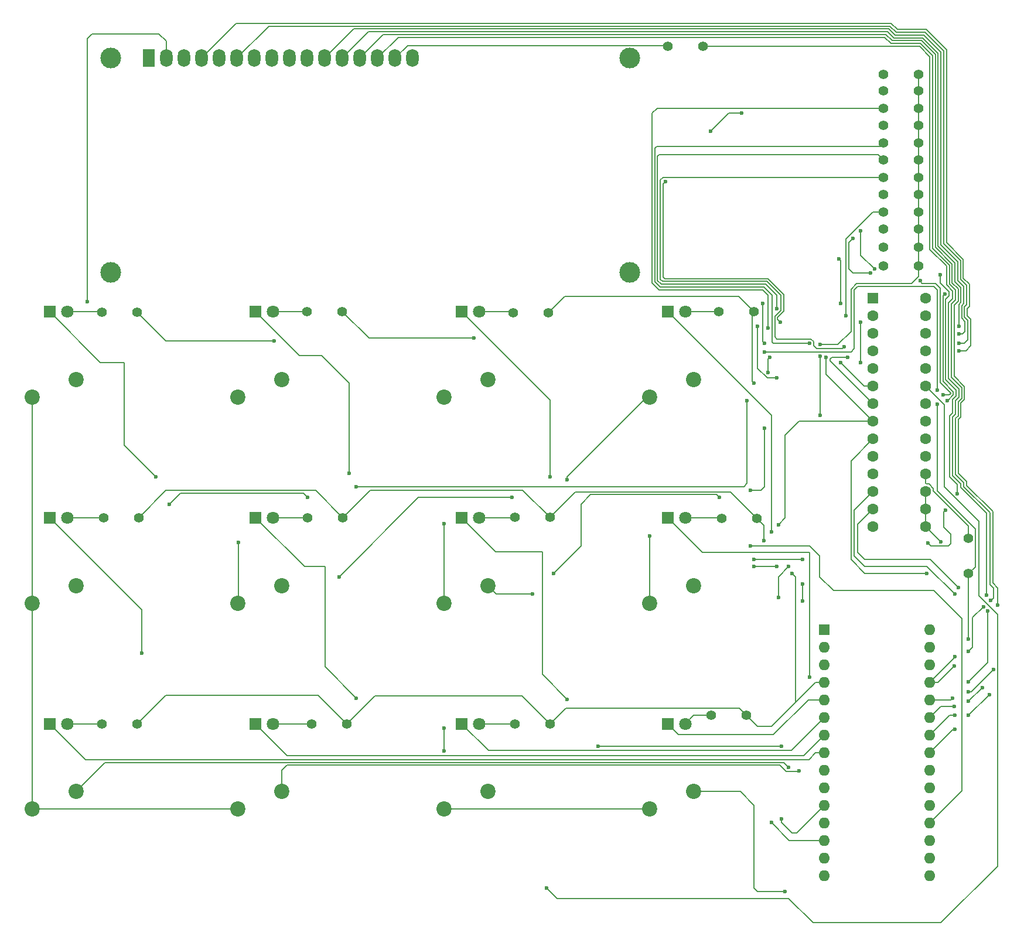
<source format=gbr>
%TF.GenerationSoftware,KiCad,Pcbnew,9.0.6*%
%TF.CreationDate,2025-12-26T23:22:09+00:00*%
%TF.ProjectId,DT,44542e6b-6963-4616-945f-706362585858,rev?*%
%TF.SameCoordinates,Original*%
%TF.FileFunction,Copper,L1,Top*%
%TF.FilePolarity,Positive*%
%FSLAX46Y46*%
G04 Gerber Fmt 4.6, Leading zero omitted, Abs format (unit mm)*
G04 Created by KiCad (PCBNEW 9.0.6) date 2025-12-26 23:22:09*
%MOMM*%
%LPD*%
G01*
G04 APERTURE LIST*
G04 Aperture macros list*
%AMRoundRect*
0 Rectangle with rounded corners*
0 $1 Rounding radius*
0 $2 $3 $4 $5 $6 $7 $8 $9 X,Y pos of 4 corners*
0 Add a 4 corners polygon primitive as box body*
4,1,4,$2,$3,$4,$5,$6,$7,$8,$9,$2,$3,0*
0 Add four circle primitives for the rounded corners*
1,1,$1+$1,$2,$3*
1,1,$1+$1,$4,$5*
1,1,$1+$1,$6,$7*
1,1,$1+$1,$8,$9*
0 Add four rect primitives between the rounded corners*
20,1,$1+$1,$2,$3,$4,$5,0*
20,1,$1+$1,$4,$5,$6,$7,0*
20,1,$1+$1,$6,$7,$8,$9,0*
20,1,$1+$1,$8,$9,$2,$3,0*%
G04 Aperture macros list end*
%TA.AperFunction,ComponentPad*%
%ADD10C,1.400000*%
%TD*%
%TA.AperFunction,ComponentPad*%
%ADD11R,1.800000X1.800000*%
%TD*%
%TA.AperFunction,ComponentPad*%
%ADD12C,1.800000*%
%TD*%
%TA.AperFunction,ComponentPad*%
%ADD13C,2.200000*%
%TD*%
%TA.AperFunction,ComponentPad*%
%ADD14C,3.000000*%
%TD*%
%TA.AperFunction,ComponentPad*%
%ADD15R,1.800000X2.600000*%
%TD*%
%TA.AperFunction,ComponentPad*%
%ADD16O,1.800000X2.600000*%
%TD*%
%TA.AperFunction,ComponentPad*%
%ADD17RoundRect,0.250000X-0.550000X-0.550000X0.550000X-0.550000X0.550000X0.550000X-0.550000X0.550000X0*%
%TD*%
%TA.AperFunction,ComponentPad*%
%ADD18C,1.600000*%
%TD*%
%TA.AperFunction,ComponentPad*%
%ADD19R,1.600000X1.600000*%
%TD*%
%TA.AperFunction,ComponentPad*%
%ADD20O,1.600000X1.600000*%
%TD*%
%TA.AperFunction,ViaPad*%
%ADD21C,0.600000*%
%TD*%
%TA.AperFunction,Conductor*%
%ADD22C,0.200000*%
%TD*%
G04 APERTURE END LIST*
D10*
%TO.P,R5,1*%
%TO.N,Net-(D5-A)*%
X-365040000Y-24470000D03*
%TO.P,R5,2*%
%TO.N,Net-(DS1-LED(-))*%
X-359960000Y-24470000D03*
%TD*%
D11*
%TO.P,D6,1,K*%
%TO.N,Net-(A1-D8)*%
X-343032000Y-24465000D03*
D12*
%TO.P,D6,2,A*%
%TO.N,Net-(D6-A)*%
X-340492000Y-24465000D03*
%TD*%
D11*
%TO.P,D7,1,K*%
%TO.N,Net-(A1-D7)*%
X-313262000Y-24465000D03*
D12*
%TO.P,D7,2,A*%
%TO.N,Net-(D7-A)*%
X-310722000Y-24465000D03*
%TD*%
D10*
%TO.P,R8,1*%
%TO.N,Net-(D8-A)*%
X-275690000Y-24530000D03*
%TO.P,R8,2*%
%TO.N,Net-(DS1-LED(-))*%
X-270610000Y-24530000D03*
%TD*%
D13*
%TO.P,SW11,1,1*%
%TO.N,Net-(U1-GPA2)*%
X-309470000Y-64040000D03*
%TO.P,SW11,2,2*%
%TO.N,Net-(A1-+5V)*%
X-315820000Y-66580000D03*
%TD*%
D10*
%TO.P,R24,1*%
%TO.N,Net-(U1-GPB2)*%
X-252290000Y34750000D03*
%TO.P,R24,2*%
%TO.N,Net-(DS1-LED(-))*%
X-247210000Y34750000D03*
%TD*%
D11*
%TO.P,D5,1,K*%
%TO.N,Net-(A1-D9)*%
X-372802000Y-24465000D03*
D12*
%TO.P,D5,2,A*%
%TO.N,Net-(D5-A)*%
X-370262000Y-24465000D03*
%TD*%
D13*
%TO.P,SW9,1,1*%
%TO.N,Net-(U1-GPA0)*%
X-369010000Y-64040000D03*
%TO.P,SW9,2,2*%
%TO.N,Net-(A1-+5V)*%
X-375360000Y-66580000D03*
%TD*%
D10*
%TO.P,R4,1*%
%TO.N,Net-(D4-A)*%
X-276080000Y5300000D03*
%TO.P,R4,2*%
%TO.N,Net-(DS1-LED(-))*%
X-271000000Y5300000D03*
%TD*%
D11*
%TO.P,D9,1,K*%
%TO.N,Net-(A1-D5)*%
X-372802000Y-54235000D03*
D12*
%TO.P,D9,2,A*%
%TO.N,Net-(D9-A)*%
X-370262000Y-54235000D03*
%TD*%
D10*
%TO.P,R1,1*%
%TO.N,Net-(D1-A)*%
X-365270000Y5250000D03*
%TO.P,R1,2*%
%TO.N,Net-(DS1-LED(-))*%
X-360190000Y5250000D03*
%TD*%
D11*
%TO.P,D1,1,K*%
%TO.N,Net-(A1-A2)*%
X-372802000Y5305000D03*
D12*
%TO.P,D1,2,A*%
%TO.N,Net-(D1-A)*%
X-370262000Y5305000D03*
%TD*%
D10*
%TO.P,R11,1*%
%TO.N,Net-(D11-A)*%
X-305570000Y-54280000D03*
%TO.P,R11,2*%
%TO.N,Net-(DS1-LED(-))*%
X-300490000Y-54280000D03*
%TD*%
%TO.P,R3,1*%
%TO.N,Net-(D3-A)*%
X-305790000Y5140000D03*
%TO.P,R3,2*%
%TO.N,Net-(DS1-LED(-))*%
X-300710000Y5140000D03*
%TD*%
%TO.P,R25,1*%
%TO.N,Net-(DS1-LED(+))*%
X-283440000Y43700000D03*
%TO.P,R25,2*%
%TO.N,Net-(A1-+5V)*%
X-278360000Y43700000D03*
%TD*%
D13*
%TO.P,SW12,1,1*%
%TO.N,Net-(U1-GPA3)*%
X-279700000Y-64040000D03*
%TO.P,SW12,2,2*%
%TO.N,Net-(A1-+5V)*%
X-286050000Y-66580000D03*
%TD*%
D10*
%TO.P,R23,1*%
%TO.N,Net-(U1-GPB0)*%
X-252290000Y39600000D03*
%TO.P,R23,2*%
%TO.N,Net-(DS1-LED(-))*%
X-247210000Y39600000D03*
%TD*%
%TO.P,R21,1*%
%TO.N,Net-(U1-GPB5)*%
X-252290000Y27250000D03*
%TO.P,R21,2*%
%TO.N,Net-(DS1-LED(-))*%
X-247210000Y27250000D03*
%TD*%
%TO.P,R12,1*%
%TO.N,Net-(D12-A)*%
X-277200000Y-53000000D03*
%TO.P,R12,2*%
%TO.N,Net-(DS1-LED(-))*%
X-272120000Y-53000000D03*
%TD*%
D14*
%TO.P,DS1,*%
%TO.N,*%
X-363955000Y42000000D03*
X-363955000Y10999300D03*
X-288956420Y10999300D03*
X-288955900Y42000000D03*
D15*
%TO.P,DS1,1,VSS*%
%TO.N,Net-(DS1-LED(-))*%
X-358455900Y42000000D03*
D16*
%TO.P,DS1,2,VDD*%
%TO.N,Net-(A1-+5V)*%
X-355915900Y42000000D03*
%TO.P,DS1,3,VO*%
%TO.N,unconnected-(DS1-VO-Pad3)*%
X-353375900Y42000000D03*
%TO.P,DS1,4,RS*%
%TO.N,Net-(DS1-RS)*%
X-350835900Y42000000D03*
%TO.P,DS1,5,R/W*%
%TO.N,Net-(DS1-LED(-))*%
X-348295900Y42000000D03*
%TO.P,DS1,6,E*%
%TO.N,Net-(DS1-E)*%
X-345755900Y42000000D03*
%TO.P,DS1,7,D0*%
%TO.N,unconnected-(DS1-D0-Pad7)*%
X-343215900Y42000000D03*
%TO.P,DS1,8,D1*%
%TO.N,unconnected-(DS1-D1-Pad8)*%
X-340675900Y42000000D03*
%TO.P,DS1,9,D2*%
%TO.N,unconnected-(DS1-D2-Pad9)*%
X-338135900Y42000000D03*
%TO.P,DS1,10,D3*%
%TO.N,unconnected-(DS1-D3-Pad10)*%
X-335595900Y42000000D03*
%TO.P,DS1,11,D4*%
%TO.N,Net-(DS1-D4)*%
X-333055900Y42000000D03*
%TO.P,DS1,12,D5*%
%TO.N,Net-(DS1-D5)*%
X-330515900Y42000000D03*
%TO.P,DS1,13,D6*%
%TO.N,Net-(A1-A6)*%
X-327975900Y42000000D03*
%TO.P,DS1,14,D7*%
%TO.N,Net-(A1-A7)*%
X-325435900Y42000000D03*
%TO.P,DS1,15,LED(+)*%
%TO.N,Net-(DS1-LED(+))*%
X-322895900Y42000000D03*
%TO.P,DS1,16,LED(-)*%
%TO.N,Net-(DS1-LED(-))*%
X-320355900Y42000000D03*
%TD*%
D13*
%TO.P,SW2,1,1*%
%TO.N,Net-(U1-GPB1)*%
X-339240000Y-4500000D03*
%TO.P,SW2,2,2*%
%TO.N,Net-(A1-+5V)*%
X-345590000Y-7040000D03*
%TD*%
D10*
%TO.P,R14,1*%
%TO.N,Net-(U1-GPA2)*%
X-252290000Y11950000D03*
%TO.P,R14,2*%
%TO.N,Net-(DS1-LED(-))*%
X-247210000Y11950000D03*
%TD*%
%TO.P,R22,1*%
%TO.N,Net-(U1-GPB6)*%
X-252290000Y24750000D03*
%TO.P,R22,2*%
%TO.N,Net-(DS1-LED(-))*%
X-247210000Y24750000D03*
%TD*%
D13*
%TO.P,SW4,1,1*%
%TO.N,Net-(U1-GPB3)*%
X-279700000Y-4500000D03*
%TO.P,SW4,2,2*%
%TO.N,Net-(A1-+5V)*%
X-286050000Y-7040000D03*
%TD*%
%TO.P,SW6,1,1*%
%TO.N,Net-(U1-GPB5)*%
X-339240000Y-34270000D03*
%TO.P,SW6,2,2*%
%TO.N,Net-(A1-+5V)*%
X-345590000Y-36810000D03*
%TD*%
D10*
%TO.P,R15,1*%
%TO.N,Net-(U1-GPA1)*%
X-252290000Y37250000D03*
%TO.P,R15,2*%
%TO.N,Net-(DS1-LED(-))*%
X-247210000Y37250000D03*
%TD*%
D13*
%TO.P,SW3,1,1*%
%TO.N,Net-(U1-GPB2)*%
X-309470000Y-4500000D03*
%TO.P,SW3,2,2*%
%TO.N,Net-(A1-+5V)*%
X-315820000Y-7040000D03*
%TD*%
D11*
%TO.P,D12,1,K*%
%TO.N,Net-(A1-D2)*%
X-283492000Y-54235000D03*
D12*
%TO.P,D12,2,A*%
%TO.N,Net-(D12-A)*%
X-280952000Y-54235000D03*
%TD*%
D10*
%TO.P,R16,1*%
%TO.N,Net-(U1-GPA0)*%
X-252290000Y22250000D03*
%TO.P,R16,2*%
%TO.N,Net-(DS1-LED(-))*%
X-247210000Y22250000D03*
%TD*%
D17*
%TO.P,U1,1,GPB0*%
%TO.N,Net-(U1-GPB0)*%
X-253790000Y7270000D03*
D18*
%TO.P,U1,2,GPB1*%
%TO.N,Net-(U1-GPB1)*%
X-253790000Y4730000D03*
%TO.P,U1,3,GPB2*%
%TO.N,Net-(U1-GPB2)*%
X-253790000Y2190000D03*
%TO.P,U1,4,GPB3*%
%TO.N,Net-(U1-GPB3)*%
X-253790000Y-350000D03*
%TO.P,U1,5,GPB4*%
%TO.N,Net-(U1-GPB4)*%
X-253790000Y-2890000D03*
%TO.P,U1,6,GPB5*%
%TO.N,Net-(U1-GPB5)*%
X-253790000Y-5430000D03*
%TO.P,U1,7,GPB6*%
%TO.N,Net-(U1-GPB6)*%
X-253790000Y-7970000D03*
%TO.P,U1,8,GPB7*%
%TO.N,Net-(U1-GPB7)*%
X-253790000Y-10510000D03*
%TO.P,U1,9,VDD*%
%TO.N,Net-(A1-+5V)*%
X-253790000Y-13050000D03*
%TO.P,U1,10,VSS*%
%TO.N,Net-(DS1-LED(-))*%
X-253790000Y-15590000D03*
%TO.P,U1,11,NC*%
%TO.N,unconnected-(U1-NC-Pad11)*%
X-253790000Y-18130000D03*
%TO.P,U1,12,SCK*%
%TO.N,Net-(A1-SCL{slash}A5)*%
X-253790000Y-20670000D03*
%TO.P,U1,13,SDA*%
%TO.N,Net-(A1-SDA{slash}A4)*%
X-253790000Y-23210000D03*
%TO.P,U1,14,NC*%
%TO.N,unconnected-(U1-NC-Pad14)*%
X-253790000Y-25750000D03*
%TO.P,U1,15,A0*%
%TO.N,Net-(DS1-LED(-))*%
X-246170000Y-25750000D03*
%TO.P,U1,16,A1*%
X-246170000Y-23210000D03*
%TO.P,U1,17,A2*%
X-246170000Y-20670000D03*
%TO.P,U1,18,~{RESET}*%
%TO.N,Net-(U1-~{RESET})*%
X-246170000Y-18130000D03*
%TO.P,U1,19,INTB*%
%TO.N,unconnected-(U1-INTB-Pad19)*%
X-246170000Y-15590000D03*
%TO.P,U1,20,INTA*%
%TO.N,unconnected-(U1-INTA-Pad20)*%
X-246170000Y-13050000D03*
%TO.P,U1,21,GPA0*%
%TO.N,Net-(U1-GPA0)*%
X-246170000Y-10510000D03*
%TO.P,U1,22,GPA1*%
%TO.N,Net-(U1-GPA1)*%
X-246170000Y-7970000D03*
%TO.P,U1,23,GPA2*%
%TO.N,Net-(U1-GPA2)*%
X-246170000Y-5430000D03*
%TO.P,U1,24,GPA3*%
%TO.N,Net-(U1-GPA3)*%
X-246170000Y-2890000D03*
%TO.P,U1,25,GPA4*%
%TO.N,Net-(DS1-RS)*%
X-246170000Y-350000D03*
%TO.P,U1,26,GPA5*%
%TO.N,Net-(DS1-E)*%
X-246170000Y2190000D03*
%TO.P,U1,27,GPA6*%
%TO.N,Net-(DS1-D4)*%
X-246170000Y4730000D03*
%TO.P,U1,28,GPA7*%
%TO.N,Net-(DS1-D5)*%
X-246170000Y7270000D03*
%TD*%
D11*
%TO.P,D2,1,K*%
%TO.N,Net-(A1-A1)*%
X-343032000Y5305000D03*
D12*
%TO.P,D2,2,A*%
%TO.N,Net-(D2-A)*%
X-340492000Y5305000D03*
%TD*%
D13*
%TO.P,SW1,1,1*%
%TO.N,Net-(U1-GPB0)*%
X-369010000Y-4500000D03*
%TO.P,SW1,2,2*%
%TO.N,Net-(A1-+5V)*%
X-375360000Y-7040000D03*
%TD*%
D11*
%TO.P,D3,1,K*%
%TO.N,Net-(A1-A0)*%
X-313262000Y5305000D03*
D12*
%TO.P,D3,2,A*%
%TO.N,Net-(D3-A)*%
X-310722000Y5305000D03*
%TD*%
D10*
%TO.P,R17,1*%
%TO.N,Net-(U1-GPB7)*%
X-252290000Y32250000D03*
%TO.P,R17,2*%
%TO.N,Net-(DS1-LED(-))*%
X-247210000Y32250000D03*
%TD*%
D13*
%TO.P,SW8,1,1*%
%TO.N,Net-(U1-GPB7)*%
X-279700000Y-34270000D03*
%TO.P,SW8,2,2*%
%TO.N,Net-(A1-+5V)*%
X-286050000Y-36810000D03*
%TD*%
D10*
%TO.P,R10,1*%
%TO.N,Net-(D10-A)*%
X-334940000Y-54250000D03*
%TO.P,R10,2*%
%TO.N,Net-(DS1-LED(-))*%
X-329860000Y-54250000D03*
%TD*%
%TO.P,R19,1*%
%TO.N,Net-(U1-GPB3)*%
X-252290000Y29750000D03*
%TO.P,R19,2*%
%TO.N,Net-(DS1-LED(-))*%
X-247210000Y29750000D03*
%TD*%
%TO.P,R20,1*%
%TO.N,Net-(U1-GPB4)*%
X-252290000Y17250000D03*
%TO.P,R20,2*%
%TO.N,Net-(DS1-LED(-))*%
X-247210000Y17250000D03*
%TD*%
%TO.P,R2,1*%
%TO.N,Net-(D2-A)*%
X-335610000Y5350000D03*
%TO.P,R2,2*%
%TO.N,Net-(DS1-LED(-))*%
X-330530000Y5350000D03*
%TD*%
D13*
%TO.P,SW5,1,1*%
%TO.N,Net-(U1-GPB4)*%
X-369010000Y-34270000D03*
%TO.P,SW5,2,2*%
%TO.N,Net-(A1-+5V)*%
X-375360000Y-36810000D03*
%TD*%
D11*
%TO.P,D4,1,K*%
%TO.N,Net-(A1-D10)*%
X-283492000Y5305000D03*
D12*
%TO.P,D4,2,A*%
%TO.N,Net-(D4-A)*%
X-280952000Y5305000D03*
%TD*%
D10*
%TO.P,R26,1*%
%TO.N,Net-(A1-+5V)*%
X-240000000Y-32540000D03*
%TO.P,R26,2*%
%TO.N,Net-(U1-~{RESET})*%
X-240000000Y-27460000D03*
%TD*%
%TO.P,R6,1*%
%TO.N,Net-(D6-A)*%
X-335530000Y-24440000D03*
%TO.P,R6,2*%
%TO.N,Net-(DS1-LED(-))*%
X-330450000Y-24440000D03*
%TD*%
D11*
%TO.P,D11,1,K*%
%TO.N,Net-(A1-D3)*%
X-313262000Y-54235000D03*
D12*
%TO.P,D11,2,A*%
%TO.N,Net-(D11-A)*%
X-310722000Y-54235000D03*
%TD*%
D10*
%TO.P,R18,1*%
%TO.N,Net-(U1-GPB1)*%
X-252290000Y19750000D03*
%TO.P,R18,2*%
%TO.N,Net-(DS1-LED(-))*%
X-247210000Y19750000D03*
%TD*%
%TO.P,R9,1*%
%TO.N,Net-(D9-A)*%
X-365230000Y-54260000D03*
%TO.P,R9,2*%
%TO.N,Net-(DS1-LED(-))*%
X-360150000Y-54260000D03*
%TD*%
D11*
%TO.P,D8,1,K*%
%TO.N,Net-(A1-D6)*%
X-283492000Y-24465000D03*
D12*
%TO.P,D8,2,A*%
%TO.N,Net-(D8-A)*%
X-280952000Y-24465000D03*
%TD*%
D10*
%TO.P,R13,1*%
%TO.N,Net-(U1-GPA3)*%
X-252290000Y14650000D03*
%TO.P,R13,2*%
%TO.N,Net-(DS1-LED(-))*%
X-247210000Y14650000D03*
%TD*%
D19*
%TO.P,A1,1,TX1*%
%TO.N,unconnected-(A1-TX1-Pad1)*%
X-260840000Y-40610000D03*
D20*
%TO.P,A1,2,RX1*%
%TO.N,unconnected-(A1-RX1-Pad2)*%
X-260840000Y-43150000D03*
%TO.P,A1,3,~{RESET}*%
%TO.N,unconnected-(A1-~{RESET}-Pad3)*%
X-260840000Y-45690000D03*
%TO.P,A1,4,GND*%
%TO.N,Net-(DS1-LED(-))*%
X-260840000Y-48230000D03*
%TO.P,A1,5,D2*%
%TO.N,Net-(A1-D2)*%
X-260840000Y-50770000D03*
%TO.P,A1,6,D3*%
%TO.N,Net-(A1-D3)*%
X-260840000Y-53310000D03*
%TO.P,A1,7,D4*%
%TO.N,Net-(A1-D4)*%
X-260840000Y-55850000D03*
%TO.P,A1,8,D5*%
%TO.N,Net-(A1-D5)*%
X-260840000Y-58390000D03*
%TO.P,A1,9,D6*%
%TO.N,Net-(A1-D6)*%
X-260840000Y-60930000D03*
%TO.P,A1,10,D7*%
%TO.N,Net-(A1-D7)*%
X-260840000Y-63470000D03*
%TO.P,A1,11,D8*%
%TO.N,Net-(A1-D8)*%
X-260840000Y-66010000D03*
%TO.P,A1,12,D9*%
%TO.N,Net-(A1-D9)*%
X-260840000Y-68550000D03*
%TO.P,A1,13,D10*%
%TO.N,Net-(A1-D10)*%
X-260840000Y-71090000D03*
%TO.P,A1,14,MOSI*%
%TO.N,unconnected-(A1-MOSI-Pad14)*%
X-260840000Y-73630000D03*
%TO.P,A1,15,MISO*%
%TO.N,unconnected-(A1-MISO-Pad15)*%
X-260840000Y-76170000D03*
%TO.P,A1,16,SCK*%
%TO.N,unconnected-(A1-SCK-Pad16)*%
X-245600000Y-76170000D03*
%TO.P,A1,17,3V3*%
%TO.N,unconnected-(A1-3V3-Pad17)*%
X-245600000Y-73630000D03*
%TO.P,A1,18,AREF*%
%TO.N,unconnected-(A1-AREF-Pad18)*%
X-245600000Y-71090000D03*
%TO.P,A1,19,A0*%
%TO.N,Net-(A1-A0)*%
X-245600000Y-68550000D03*
%TO.P,A1,20,A1*%
%TO.N,Net-(A1-A1)*%
X-245600000Y-66010000D03*
%TO.P,A1,21,A2*%
%TO.N,Net-(A1-A2)*%
X-245600000Y-63470000D03*
%TO.P,A1,22,A3*%
%TO.N,unconnected-(A1-A3-Pad22)*%
X-245600000Y-60930000D03*
%TO.P,A1,23,SDA/A4*%
%TO.N,Net-(A1-SDA{slash}A4)*%
X-245600000Y-58390000D03*
%TO.P,A1,24,SCL/A5*%
%TO.N,Net-(A1-SCL{slash}A5)*%
X-245600000Y-55850000D03*
%TO.P,A1,25,A6*%
%TO.N,Net-(A1-A6)*%
X-245600000Y-53310000D03*
%TO.P,A1,26,A7*%
%TO.N,Net-(A1-A7)*%
X-245600000Y-50770000D03*
%TO.P,A1,27,+5V*%
%TO.N,Net-(A1-+5V)*%
X-245600000Y-48230000D03*
%TO.P,A1,28,~{RESET}*%
%TO.N,unconnected-(A1-~{RESET}-Pad28)*%
X-245600000Y-45690000D03*
%TO.P,A1,29,GND*%
%TO.N,Net-(DS1-LED(-))*%
X-245600000Y-43150000D03*
%TO.P,A1,30,VIN*%
%TO.N,unconnected-(A1-VIN-Pad30)*%
X-245600000Y-40610000D03*
%TD*%
D13*
%TO.P,SW7,1,1*%
%TO.N,Net-(U1-GPB6)*%
X-309470000Y-34270000D03*
%TO.P,SW7,2,2*%
%TO.N,Net-(A1-+5V)*%
X-315820000Y-36810000D03*
%TD*%
%TO.P,SW10,1,1*%
%TO.N,Net-(U1-GPA1)*%
X-339240000Y-64040000D03*
%TO.P,SW10,2,2*%
%TO.N,Net-(A1-+5V)*%
X-345590000Y-66580000D03*
%TD*%
D11*
%TO.P,D10,1,K*%
%TO.N,Net-(A1-D4)*%
X-343032000Y-54235000D03*
D12*
%TO.P,D10,2,A*%
%TO.N,Net-(D10-A)*%
X-340492000Y-54235000D03*
%TD*%
D10*
%TO.P,R7,1*%
%TO.N,Net-(D7-A)*%
X-305600000Y-24400000D03*
%TO.P,R7,2*%
%TO.N,Net-(DS1-LED(-))*%
X-300520000Y-24400000D03*
%TD*%
D21*
%TO.N,Net-(A1-D8)*%
X-267000000Y-68000000D03*
X-328500000Y-50500000D03*
X-293500000Y-57500000D03*
X-267000000Y-57500000D03*
%TO.N,Net-(A1-A1)*%
X-264000000Y-30500000D03*
X-271000000Y-30500000D03*
X-329500000Y-18000000D03*
%TO.N,Net-(A1-A6)*%
X-242100000Y-51700000D03*
X-240000000Y-49600000D03*
X-235800000Y-37100000D03*
X-236400000Y-46400000D03*
%TO.N,Net-(A1-D9)*%
X-359500000Y-44000000D03*
%TO.N,Net-(A1-+5V)*%
X-298000000Y-19000000D03*
X-286050000Y-27050000D03*
X-269500000Y-500000D03*
X-237400000Y-35600000D03*
X-244500000Y-8000000D03*
X-240000000Y-42000000D03*
X-315820000Y-58180000D03*
X-240000000Y-43800000D03*
X-246000000Y-32500000D03*
X-237800000Y-37300000D03*
X-242100000Y-45900000D03*
X-315820000Y-54820000D03*
X-242000000Y-44500000D03*
X-345500000Y-28000000D03*
X-315820000Y-25320000D03*
X-367400000Y6800000D03*
X-244500000Y-6000000D03*
%TO.N,Net-(A1-A2)*%
X-267700000Y-31500000D03*
X-357500000Y-18500000D03*
X-271000000Y-31500000D03*
%TO.N,Net-(DS1-RS)*%
X-241400000Y-300000D03*
%TO.N,Net-(DS1-D4)*%
X-241400000Y2100000D03*
%TO.N,Net-(DS1-D5)*%
X-241400000Y3200000D03*
%TO.N,Net-(DS1-E)*%
X-241400000Y800000D03*
%TO.N,Net-(A1-A7)*%
X-242300000Y-50500000D03*
X-236800000Y-36400000D03*
X-237200000Y-37900000D03*
X-240000000Y-48200000D03*
%TO.N,Net-(DS1-LED(-))*%
X-261420000Y580000D03*
X-271000000Y-5000000D03*
X-269600000Y-27800000D03*
X-340400000Y1100000D03*
X-261420000Y-1100000D03*
X-244000000Y-27920000D03*
X-311500000Y1500000D03*
X-265500000Y-32500000D03*
X-261420000Y-9670000D03*
%TO.N,Net-(A1-D10)*%
X-268500000Y-26500000D03*
X-268500000Y-68500000D03*
%TO.N,Net-(A1-D6)*%
X-263000000Y-47500000D03*
%TO.N,Net-(A1-SDA{slash}A4)*%
X-242000000Y-55000000D03*
X-237000000Y-50000000D03*
X-241500000Y-34500000D03*
X-240000000Y-53000000D03*
%TO.N,Net-(A1-A0)*%
X-271500000Y-28500000D03*
X-300500000Y-18500000D03*
%TO.N,Net-(A1-D7)*%
X-298000000Y-50700000D03*
%TO.N,Net-(A1-SCL{slash}A5)*%
X-242000000Y-53000000D03*
X-242000000Y-35500000D03*
X-240000000Y-51000000D03*
X-238000000Y-49000000D03*
%TO.N,Net-(U1-GPA3)*%
X-266500000Y-78500000D03*
%TO.N,Net-(U1-GPA2)*%
X-301000000Y-78000000D03*
X-247000000Y9800000D03*
X-243700000Y-6700000D03*
%TO.N,Net-(U1-GPA1)*%
X-243100000Y-7500000D03*
X-272800000Y34000000D03*
X-256700000Y15900000D03*
X-254200000Y10900000D03*
X-243400000Y7900000D03*
X-264000000Y-34000000D03*
X-264000000Y-36500000D03*
X-277300000Y31400000D03*
X-264500000Y-61000000D03*
%TO.N,Net-(U1-GPA0)*%
X-266000000Y-60500000D03*
X-241600000Y-21000000D03*
X-245900000Y-28100000D03*
X-267500000Y-36000000D03*
X-253600000Y11500000D03*
X-244100000Y10700000D03*
X-243300000Y-23400000D03*
X-266000000Y-31500000D03*
X-255600000Y17000000D03*
%TO.N,Net-(U1-GPB7)*%
X-260600000Y-1300000D03*
X-255600000Y3800000D03*
X-267500000Y-25500000D03*
X-267200000Y3800000D03*
X-283800000Y24100000D03*
X-255600000Y-2000000D03*
%TO.N,Net-(U1-GPB1)*%
X-257750000Y4750000D03*
%TO.N,Net-(U1-GPB3)*%
X-263000000Y750000D03*
%TO.N,Net-(U1-GPB4)*%
X-328500000Y-20000000D03*
X-272000000Y-7500000D03*
X-268750000Y-1250000D03*
X-258750000Y13000000D03*
X-269500000Y750000D03*
X-258500000Y6500000D03*
X-355500000Y-22500000D03*
X-269750000Y6500000D03*
X-335500000Y-21500000D03*
X-269000000Y-3500000D03*
%TO.N,Net-(U1-GPB5)*%
X-258500000Y-2000000D03*
X-267750000Y-4250000D03*
X-267750000Y5750000D03*
X-270500000Y3250000D03*
X-306000000Y-21500000D03*
X-331000000Y-33000000D03*
%TO.N,Net-(U1-GPB6)*%
X-303000000Y-35500000D03*
X-269500000Y-11500000D03*
X-257500000Y-1250000D03*
X-300000000Y-32500000D03*
X-276000000Y-21500000D03*
X-271511000Y-20489000D03*
X-258000000Y250000D03*
%TO.N,Net-(U1-GPB2)*%
X-269000000Y3000000D03*
%TD*%
D22*
%TO.N,Net-(D1-A)*%
X-370262000Y5305000D02*
X-365325000Y5305000D01*
X-365325000Y5305000D02*
X-365270000Y5250000D01*
%TO.N,Net-(A1-D8)*%
X-267000000Y-68500000D02*
X-265500000Y-70000000D01*
X-333000000Y-31500000D02*
X-335997000Y-31500000D01*
X-293500000Y-57500000D02*
X-267000000Y-57500000D01*
X-335997000Y-31500000D02*
X-343032000Y-24465000D01*
X-267000000Y-68000000D02*
X-267000000Y-68500000D01*
X-328500000Y-50500000D02*
X-333000000Y-46000000D01*
X-333000000Y-46000000D02*
X-333000000Y-31500000D01*
X-264830000Y-70000000D02*
X-260840000Y-66010000D01*
X-265500000Y-70000000D02*
X-264830000Y-70000000D01*
%TO.N,Net-(D2-A)*%
X-335655000Y5305000D02*
X-335610000Y5350000D01*
X-340492000Y5305000D02*
X-335655000Y5305000D01*
%TO.N,Net-(A1-A1)*%
X-271000000Y-30500000D02*
X-264000000Y-30500000D01*
X-343032000Y5305000D02*
X-336727000Y-1000000D01*
X-336727000Y-1000000D02*
X-333500000Y-1000000D01*
X-329500000Y-5000000D02*
X-329500000Y-18000000D01*
X-333500000Y-1000000D02*
X-329500000Y-5000000D01*
%TO.N,Net-(D3-A)*%
X-310722000Y5305000D02*
X-305955000Y5305000D01*
X-305955000Y5305000D02*
X-305790000Y5140000D01*
%TO.N,Net-(D4-A)*%
X-280952000Y5305000D02*
X-276085000Y5305000D01*
X-276085000Y5305000D02*
X-276080000Y5300000D01*
%TO.N,Net-(A1-A6)*%
X-235800000Y-37100000D02*
X-235800000Y-34599000D01*
X-241498000Y6830900D02*
X-241498000Y8632200D01*
X-244799000Y14633200D02*
X-244799000Y42533200D01*
X-239600000Y-49600000D02*
X-236400000Y-46400000D01*
X-241497000Y-10266100D02*
X-241097000Y-9866100D01*
X-240265450Y-19800350D02*
X-240265450Y-19233250D01*
X-240595000Y-7330500D02*
X-240595000Y-5503700D01*
X-241498000Y8632200D02*
X-242365450Y9499650D01*
X-240000000Y-49600000D02*
X-239600000Y-49600000D01*
X-243990000Y-51700000D02*
X-242100000Y-51700000D01*
X-242095000Y6233900D02*
X-241498000Y6830900D01*
X-241097000Y-7832500D02*
X-240595000Y-7330500D01*
X-245600000Y-53310000D02*
X-243990000Y-51700000D01*
X-235800000Y-34599000D02*
X-236499000Y-33900000D01*
X-324574900Y45401000D02*
X-327975900Y42000000D01*
X-246767800Y44502000D02*
X-251034900Y44502000D01*
X-236499000Y-23566800D02*
X-240265450Y-19800350D01*
X-242095000Y-4003700D02*
X-242095000Y6233900D01*
X-251034900Y44502000D02*
X-251933900Y45401000D01*
X-236499000Y-33900000D02*
X-236499000Y-23566800D01*
X-240265450Y-19233250D02*
X-241497000Y-18001700D01*
X-240595000Y-5503700D02*
X-242095000Y-4003700D01*
X-242365450Y9499650D02*
X-242365450Y12199650D01*
X-251933900Y45401000D02*
X-324574900Y45401000D01*
X-241497000Y-18001700D02*
X-241497000Y-10266100D01*
X-242365450Y12199650D02*
X-244799000Y14633200D01*
X-241097000Y-9866100D02*
X-241097000Y-7832500D01*
X-244799000Y42533200D02*
X-246767800Y44502000D01*
%TO.N,Net-(D5-A)*%
X-365045000Y-24465000D02*
X-365040000Y-24470000D01*
X-370262000Y-24465000D02*
X-365045000Y-24465000D01*
%TO.N,Net-(D6-A)*%
X-340492000Y-24465000D02*
X-335555000Y-24465000D01*
X-335555000Y-24465000D02*
X-335530000Y-24440000D01*
%TO.N,Net-(A1-D9)*%
X-359500000Y-37767000D02*
X-359500000Y-44000000D01*
X-372802000Y-24465000D02*
X-359500000Y-37767000D01*
%TO.N,Net-(D7-A)*%
X-310722000Y-24465000D02*
X-305665000Y-24465000D01*
X-305665000Y-24465000D02*
X-305600000Y-24400000D01*
%TO.N,Net-(D8-A)*%
X-280952000Y-24465000D02*
X-275755000Y-24465000D01*
X-275755000Y-24465000D02*
X-275690000Y-24530000D01*
%TO.N,Net-(D9-A)*%
X-365255000Y-54235000D02*
X-365230000Y-54260000D01*
X-370262000Y-54235000D02*
X-365255000Y-54235000D01*
%TO.N,Net-(D10-A)*%
X-334955000Y-54235000D02*
X-334940000Y-54250000D01*
X-340492000Y-54235000D02*
X-334955000Y-54235000D01*
%TO.N,Net-(A1-+5V)*%
X-257000000Y-500000D02*
X-256500000Y0D01*
X-244500000Y8500000D02*
X-244500000Y-6000000D01*
X-241100000Y-19532900D02*
X-241100000Y-20100000D01*
X-242000000Y-44630000D02*
X-245600000Y-48230000D01*
X-269500000Y-500000D02*
X-257000000Y-500000D01*
X-239000000Y-31540000D02*
X-240000000Y-32540000D01*
X-286050000Y-36810000D02*
X-286050000Y-27050000D01*
X-241899000Y-9500000D02*
X-242299000Y-9900000D01*
X-242000000Y-44500000D02*
X-242000000Y-44630000D01*
X-241397000Y-6998300D02*
X-241899000Y-7500300D01*
X-239000000Y-26082900D02*
X-239000000Y-31540000D01*
X-245000000Y9000000D02*
X-244500000Y8500000D01*
X-241899000Y-7500300D02*
X-241899000Y-9500000D01*
X-256000000Y9000000D02*
X-245000000Y9000000D01*
X-239400000Y-38900000D02*
X-239400000Y-43200000D01*
X-242299000Y-18333900D02*
X-241100000Y-19532900D01*
X-366700000Y45500000D02*
X-367400000Y44800000D01*
X-355915900Y42000000D02*
X-355915900Y44415900D01*
X-298000000Y-19000000D02*
X-298000000Y-18561530D01*
X-242300000Y8300000D02*
X-242300000Y7200000D01*
X-242299000Y-9900000D02*
X-242299000Y-18333900D01*
X-237400000Y-23800000D02*
X-237400000Y-35600000D01*
X-367400000Y44800000D02*
X-367400000Y6800000D01*
X-375360000Y-36810000D02*
X-375360000Y-66580000D01*
X-315820000Y-66580000D02*
X-286050000Y-66580000D01*
X-247100000Y43700000D02*
X-245600000Y42200000D01*
X-241100000Y-20100000D02*
X-237400000Y-23800000D01*
X-278360000Y43700000D02*
X-247100000Y43700000D01*
X-245600000Y42200000D02*
X-245600000Y14300000D01*
X-345590000Y-36810000D02*
X-345500000Y-36720000D01*
X-298000000Y-18561530D02*
X-286478470Y-7040000D01*
X-357000000Y45500000D02*
X-366700000Y45500000D01*
X-256500000Y0D02*
X-256500000Y8500000D01*
X-355915900Y44415900D02*
X-357000000Y45500000D01*
X-241397000Y-5835900D02*
X-241397000Y-6998300D01*
X-257000000Y-30500000D02*
X-255000000Y-32500000D01*
X-242897000Y-4335900D02*
X-241397000Y-5835900D01*
X-242897000Y6603000D02*
X-242897000Y-4335900D01*
X-245600000Y14300000D02*
X-243200000Y11900000D01*
X-375360000Y-7040000D02*
X-375360000Y-36810000D01*
X-240000000Y-32540000D02*
X-240000000Y-42000000D01*
X-237800000Y-37300000D02*
X-239400000Y-38900000D01*
X-257000000Y-16260000D02*
X-257000000Y-30500000D01*
X-256500000Y8500000D02*
X-256000000Y9000000D01*
X-242100000Y-45900000D02*
X-244430000Y-48230000D01*
X-239400000Y-43200000D02*
X-240000000Y-43800000D01*
X-243200000Y11900000D02*
X-243200000Y9200000D01*
X-244500000Y-8000000D02*
X-244500000Y-20582900D01*
X-345500000Y-36720000D02*
X-345500000Y-28000000D01*
X-315820000Y-54820000D02*
X-315820000Y-58180000D01*
X-253790000Y-13050000D02*
X-257000000Y-16260000D01*
X-244500000Y-20582900D02*
X-239000000Y-26082900D01*
X-243200000Y9200000D02*
X-242300000Y8300000D01*
X-286478470Y-7040000D02*
X-286050000Y-7040000D01*
X-244430000Y-48230000D02*
X-245600000Y-48230000D01*
X-242300000Y7200000D02*
X-242897000Y6603000D01*
X-255000000Y-32500000D02*
X-246000000Y-32500000D01*
X-315820000Y-25320000D02*
X-315820000Y-36810000D01*
X-375360000Y-66580000D02*
X-345590000Y-66580000D01*
%TO.N,Net-(D11-A)*%
X-305615000Y-54235000D02*
X-305570000Y-54280000D01*
X-310722000Y-54235000D02*
X-305615000Y-54235000D01*
%TO.N,Net-(A1-A2)*%
X-365497000Y-2000000D02*
X-362000000Y-2000000D01*
X-362000000Y-2000000D02*
X-362000000Y-14000000D01*
X-372802000Y5305000D02*
X-365497000Y-2000000D01*
X-271000000Y-31500000D02*
X-267700000Y-31500000D01*
X-362000000Y-14000000D02*
X-357500000Y-18500000D01*
%TO.N,Net-(D12-A)*%
X-279717000Y-53000000D02*
X-277200000Y-53000000D01*
X-280952000Y-54235000D02*
X-279717000Y-53000000D01*
%TO.N,Net-(DS1-RS)*%
X-240761450Y10164050D02*
X-239894000Y9296600D01*
X-239894000Y6103000D02*
X-240197000Y5800000D01*
X-239698000Y4232200D02*
X-239698000Y402000D01*
X-246103400Y46106000D02*
X-243195000Y43197600D01*
X-251205000Y47005000D02*
X-250306000Y46106000D01*
X-243195000Y15297600D02*
X-240761450Y12864050D01*
X-240197000Y5800000D02*
X-240197000Y4731200D01*
X-240197000Y4731200D02*
X-239698000Y4232200D01*
X-239894000Y9296600D02*
X-239894000Y6103000D01*
X-243195000Y43197600D02*
X-243195000Y15297600D01*
X-345830900Y47005000D02*
X-251205000Y47005000D01*
X-240400000Y-300000D02*
X-241400000Y-300000D01*
X-240761450Y12864050D02*
X-240761450Y10164050D01*
X-350835900Y42000000D02*
X-345830900Y47005000D01*
X-250306000Y46106000D02*
X-246103400Y46106000D01*
X-239698000Y402000D02*
X-240400000Y-300000D01*
%TO.N,Net-(DS1-D4)*%
X-251535900Y46203000D02*
X-250636900Y45304000D01*
X-246435600Y45304000D02*
X-243997000Y42865400D01*
X-241563450Y12531850D02*
X-241563450Y9831850D01*
X-243997000Y14965400D02*
X-241563450Y12531850D01*
X-240500000Y3900000D02*
X-240500000Y2500000D01*
X-333055900Y42000000D02*
X-328852900Y46203000D01*
X-240500000Y2500000D02*
X-240900000Y2100000D01*
X-240696000Y8964400D02*
X-240696000Y6498700D01*
X-240900000Y2100000D02*
X-241400000Y2100000D01*
X-240999000Y6195700D02*
X-240999000Y4399000D01*
X-243997000Y42865400D02*
X-243997000Y14965400D01*
X-240999000Y4399000D02*
X-240500000Y3900000D01*
X-240696000Y6498700D02*
X-240999000Y6195700D01*
X-328852900Y46203000D02*
X-251535900Y46203000D01*
X-250636900Y45304000D02*
X-246435600Y45304000D01*
X-241563450Y9831850D02*
X-240696000Y8964400D01*
%TO.N,Net-(DS1-D5)*%
X-241964450Y12365750D02*
X-241964450Y9665750D01*
X-326713900Y45802000D02*
X-251702000Y45802000D01*
X-244398000Y14799300D02*
X-241964450Y12365750D01*
X-330515900Y42000000D02*
X-326713900Y45802000D01*
X-241964450Y9665750D02*
X-241097000Y8798300D01*
X-241400000Y6361800D02*
X-241400000Y3200000D01*
X-244398000Y42699300D02*
X-244398000Y14799300D01*
X-250803000Y44903000D02*
X-246601700Y44903000D01*
X-241097000Y6664800D02*
X-241400000Y6361800D01*
X-251702000Y45802000D02*
X-250803000Y44903000D01*
X-241097000Y8798300D02*
X-241097000Y6664800D01*
X-246601700Y44903000D02*
X-244398000Y42699300D01*
%TO.N,Net-(DS1-E)*%
X-251369800Y46604000D02*
X-341151900Y46604000D01*
X-240598000Y6029600D02*
X-240295000Y6332600D01*
X-243596000Y43031500D02*
X-246269500Y45705000D01*
X-246269500Y45705000D02*
X-250470800Y45705000D01*
X-243596000Y15131500D02*
X-243596000Y43031500D01*
X-341151900Y46604000D02*
X-345755900Y42000000D01*
X-240099000Y1301000D02*
X-240099000Y4066100D01*
X-250470800Y45705000D02*
X-251369800Y46604000D01*
X-240295000Y9130500D02*
X-241162450Y9997950D01*
X-241162450Y12697950D02*
X-243596000Y15131500D01*
X-240598000Y4565100D02*
X-240598000Y6029600D01*
X-240295000Y6332600D02*
X-240295000Y9130500D01*
X-241400000Y800000D02*
X-240600000Y800000D01*
X-240099000Y4066100D02*
X-240598000Y4565100D01*
X-241162450Y9997950D02*
X-241162450Y12697950D01*
X-240600000Y800000D02*
X-240099000Y1301000D01*
%TO.N,Net-(A1-D4)*%
X-263790000Y-58800000D02*
X-260840000Y-55850000D01*
X-343032000Y-54235000D02*
X-338467000Y-58800000D01*
X-338467000Y-58800000D02*
X-263790000Y-58800000D01*
%TO.N,Net-(A1-D5)*%
X-367637000Y-59400000D02*
X-263100000Y-59400000D01*
X-263100000Y-59400000D02*
X-262090000Y-58390000D01*
X-262090000Y-58390000D02*
X-260840000Y-58390000D01*
X-372802000Y-54235000D02*
X-367637000Y-59400000D01*
%TO.N,Net-(DS1-LED(+))*%
X-283541000Y43801000D02*
X-283440000Y43700000D01*
X-322895900Y42000000D02*
X-321094900Y43801000D01*
X-321094900Y43801000D02*
X-283541000Y43801000D01*
%TO.N,Net-(A1-A7)*%
X-241498000Y-7666400D02*
X-241498000Y-9700000D01*
X-240666450Y-19399350D02*
X-240666450Y-19966450D01*
X-241899000Y8466100D02*
X-241899000Y6997000D01*
X-236900000Y-34100000D02*
X-236400000Y-34600000D01*
X-240996000Y-7164400D02*
X-241498000Y-7666400D01*
X-241898000Y-10100000D02*
X-241898000Y-18167800D01*
X-242300000Y-50500000D02*
X-242570000Y-50770000D01*
X-245200000Y14467100D02*
X-242766450Y12033550D01*
X-242570000Y-50770000D02*
X-245600000Y-50770000D01*
X-237200000Y-37900000D02*
X-237200000Y-45400000D01*
X-236900000Y-23732900D02*
X-236900000Y-34100000D01*
X-240996000Y-5669800D02*
X-240996000Y-7164400D01*
X-240666450Y-19966450D02*
X-236900000Y-23732900D01*
X-242496000Y-4169800D02*
X-240996000Y-5669800D01*
X-245200000Y42367100D02*
X-245200000Y14467100D01*
X-236400000Y-36100000D02*
X-236700000Y-36400000D01*
X-237200000Y-45400000D02*
X-240000000Y-48200000D01*
X-241898000Y-18167800D02*
X-240666450Y-19399350D01*
X-252100000Y45000000D02*
X-251201000Y44101000D01*
X-236700000Y-36400000D02*
X-236800000Y-36400000D01*
X-251201000Y44101000D02*
X-246933900Y44101000D01*
X-241899000Y6997000D02*
X-242496000Y6400000D01*
X-242496000Y6400000D02*
X-242496000Y-4169800D01*
X-242766450Y9333550D02*
X-241899000Y8466100D01*
X-246933900Y44101000D02*
X-245200000Y42367100D01*
X-241498000Y-9700000D02*
X-241898000Y-10100000D01*
X-322435900Y45000000D02*
X-252100000Y45000000D01*
X-236400000Y-34600000D02*
X-236400000Y-36100000D01*
X-325435900Y42000000D02*
X-322435900Y45000000D01*
X-242766450Y12033550D02*
X-242766450Y9333550D01*
%TO.N,Net-(DS1-LED(-))*%
X-355990000Y-50100000D02*
X-334010000Y-50100000D01*
X-270610000Y-24530000D02*
X-269600000Y-25540000D01*
X-262130000Y-48230000D02*
X-260840000Y-48230000D01*
X-261420000Y-1100000D02*
X-261420000Y-9670000D01*
X-271000000Y5300000D02*
X-271250000Y5050000D01*
X-247210000Y39600000D02*
X-247210000Y11950000D01*
X-334010000Y-50100000D02*
X-329860000Y-54250000D01*
X-300710000Y5140000D02*
X-298350000Y7500000D01*
X-248250000Y9401000D02*
X-256166100Y9401000D01*
X-329860000Y-54250000D02*
X-325810000Y-50200000D01*
X-264950000Y-51050000D02*
X-262130000Y-48230000D01*
X-330530000Y5350000D02*
X-326680000Y1500000D01*
X-271250000Y-4750000D02*
X-271000000Y-5000000D01*
X-300520000Y-24400000D02*
X-296820000Y-20700000D01*
X-300490000Y-54280000D02*
X-298209000Y-51999000D01*
X-258920000Y580000D02*
X-261420000Y580000D01*
X-247210000Y11950000D02*
X-247210000Y10441000D01*
X-334390000Y-20500000D02*
X-330450000Y-24440000D01*
X-298209000Y-51999000D02*
X-273121000Y-51999000D01*
X-244000000Y-28000000D02*
X-244000000Y-27920000D01*
X-330450000Y-24440000D02*
X-326510000Y-20500000D01*
X-270520000Y-54600000D02*
X-268500000Y-54600000D01*
X-247210000Y10441000D02*
X-248250000Y9401000D01*
X-326510000Y-20500000D02*
X-304420000Y-20500000D01*
X-360190000Y5250000D02*
X-356040000Y1100000D01*
X-356040000Y1100000D02*
X-340400000Y1100000D01*
X-304570000Y-50200000D02*
X-300490000Y-54280000D01*
X-273121000Y-51999000D02*
X-272120000Y-53000000D01*
X-325810000Y-50200000D02*
X-304570000Y-50200000D01*
X-296820000Y-20700000D02*
X-274440000Y-20700000D01*
X-268500000Y-54600000D02*
X-264950000Y-51050000D01*
X-298350000Y7500000D02*
X-273200000Y7500000D01*
X-272120000Y-53000000D02*
X-270520000Y-54600000D01*
X-274440000Y-20700000D02*
X-270610000Y-24530000D01*
X-269600000Y-25540000D02*
X-269600000Y-27800000D01*
X-246170000Y-20670000D02*
X-246170000Y-25750000D01*
X-246170000Y-25750000D02*
X-244000000Y-27920000D01*
X-360150000Y-54260000D02*
X-355990000Y-50100000D01*
X-359960000Y-24470000D02*
X-355990000Y-20500000D01*
X-271250000Y5050000D02*
X-271250000Y-4750000D01*
X-265500000Y-32500000D02*
X-265000000Y-33000000D01*
X-265000000Y-51000000D02*
X-264950000Y-51050000D01*
X-257000000Y2500000D02*
X-258920000Y580000D01*
X-257000000Y8567100D02*
X-257000000Y2500000D01*
X-265000000Y-33000000D02*
X-265000000Y-51000000D01*
X-256166100Y9401000D02*
X-257000000Y8567100D01*
X-304420000Y-20500000D02*
X-300520000Y-24400000D01*
X-326680000Y1500000D02*
X-311500000Y1500000D01*
X-355990000Y-20500000D02*
X-334390000Y-20500000D01*
X-273200000Y7500000D02*
X-271000000Y5300000D01*
%TO.N,Net-(A1-D3)*%
X-265630000Y-58100000D02*
X-260840000Y-53310000D01*
X-313262000Y-54235000D02*
X-309397000Y-58100000D01*
X-309397000Y-58100000D02*
X-265630000Y-58100000D01*
%TO.N,Net-(A1-D10)*%
X-268500000Y-9687000D02*
X-268500000Y-26500000D01*
X-268500000Y-68500000D02*
X-265910000Y-71090000D01*
X-268500000Y-9687000D02*
X-283492000Y5305000D01*
X-265910000Y-71090000D02*
X-260840000Y-71090000D01*
%TO.N,Net-(A1-D6)*%
X-278457000Y-29500000D02*
X-263000000Y-29500000D01*
X-283492000Y-24465000D02*
X-278457000Y-29500000D01*
X-263000000Y-29500000D02*
X-263000000Y-47500000D01*
%TO.N,Net-(A1-SDA{slash}A4)*%
X-253790000Y-23210000D02*
X-256000000Y-25420000D01*
X-256000000Y-25420000D02*
X-256000000Y-29500000D01*
X-245500000Y-30500000D02*
X-241500000Y-34500000D01*
X-237000000Y-50000000D02*
X-240000000Y-53000000D01*
X-242210000Y-55000000D02*
X-245600000Y-58390000D01*
X-255000000Y-30500000D02*
X-245500000Y-30500000D01*
X-256000000Y-29500000D02*
X-255000000Y-30500000D01*
X-242000000Y-55000000D02*
X-242210000Y-55000000D01*
%TO.N,Net-(A1-A0)*%
X-263000000Y-28500000D02*
X-261500000Y-30000000D01*
X-241000000Y-63950000D02*
X-245600000Y-68550000D01*
X-261500000Y-33000000D02*
X-259500000Y-35000000D01*
X-261500000Y-30000000D02*
X-261500000Y-33000000D01*
X-241000000Y-39000000D02*
X-241000000Y-63950000D01*
X-271500000Y-28500000D02*
X-263000000Y-28500000D01*
X-313262000Y5305000D02*
X-300500000Y-7457000D01*
X-300500000Y-7457000D02*
X-300500000Y-18500000D01*
X-259500000Y-35000000D02*
X-245000000Y-35000000D01*
X-245000000Y-35000000D02*
X-241000000Y-39000000D01*
%TO.N,Net-(A1-D2)*%
X-263170000Y-50770000D02*
X-260840000Y-50770000D01*
X-281927000Y-55800000D02*
X-268200000Y-55800000D01*
X-283492000Y-54235000D02*
X-281927000Y-55800000D01*
X-268200000Y-55800000D02*
X-263170000Y-50770000D01*
%TO.N,Net-(A1-D7)*%
X-301600000Y-47100000D02*
X-298000000Y-50700000D01*
X-308327000Y-29400000D02*
X-301600000Y-29400000D01*
X-301600000Y-29400000D02*
X-301600000Y-47100000D01*
X-313262000Y-24465000D02*
X-308327000Y-29400000D01*
%TO.N,Net-(A1-SCL{slash}A5)*%
X-255000000Y-31500000D02*
X-246000000Y-31500000D01*
X-256500000Y-30000000D02*
X-255000000Y-31500000D01*
X-256500000Y-23380000D02*
X-256500000Y-30000000D01*
X-246000000Y-31500000D02*
X-242000000Y-35500000D01*
X-242000000Y-53000000D02*
X-242750000Y-53000000D01*
X-242750000Y-53000000D02*
X-245600000Y-55850000D01*
X-253790000Y-20670000D02*
X-256500000Y-23380000D01*
X-238000000Y-49000000D02*
X-240000000Y-51000000D01*
%TO.N,Net-(U1-GPA3)*%
X-271000000Y-78000000D02*
X-270500000Y-78500000D01*
X-270500000Y-78500000D02*
X-266500000Y-78500000D01*
X-273040000Y-64040000D02*
X-273000000Y-64000000D01*
X-279700000Y-64040000D02*
X-273040000Y-64040000D01*
X-271000000Y-66000000D02*
X-271000000Y-78000000D01*
X-273000000Y-64000000D02*
X-271000000Y-66000000D01*
%TO.N,Net-(U1-GPA2)*%
X-244100000Y8700000D02*
X-244800000Y9400000D01*
X-243700000Y-6700000D02*
X-242800000Y-6700000D01*
X-242800000Y-6700000D02*
X-242600000Y-6500000D01*
X-266000000Y-79500000D02*
X-262500000Y-83000000D01*
X-243500000Y-8100000D02*
X-246170000Y-5430000D01*
X-238500000Y-35700000D02*
X-238500000Y-25000000D01*
X-301000000Y-78000000D02*
X-299500000Y-79500000D01*
X-244100000Y-4900000D02*
X-244100000Y8700000D01*
X-262500000Y-83000000D02*
X-244000000Y-83000000D01*
X-244000000Y-83000000D02*
X-235800000Y-74800000D01*
X-244800000Y9400000D02*
X-246700000Y9400000D01*
X-243500000Y-20000000D02*
X-243500000Y-8100000D01*
X-299500000Y-79500000D02*
X-266000000Y-79500000D01*
X-242600000Y-6400000D02*
X-244100000Y-4900000D01*
X-238500000Y-25000000D02*
X-243500000Y-20000000D01*
X-235800000Y-74800000D02*
X-235800000Y-38400000D01*
X-246700000Y9400000D02*
X-247000000Y9700000D01*
X-242600000Y-6500000D02*
X-242600000Y-6400000D01*
X-247000000Y9700000D02*
X-247000000Y9800000D01*
X-235800000Y-38400000D02*
X-238500000Y-35700000D01*
%TO.N,Net-(U1-GPA1)*%
X-338500000Y-60230000D02*
X-267270000Y-60230000D01*
X-339240000Y-60970000D02*
X-338500000Y-60230000D01*
X-243032900Y-7500000D02*
X-242199000Y-6666100D01*
X-242199000Y-6666100D02*
X-242199000Y-6233900D01*
X-277300000Y31400000D02*
X-274700000Y34000000D01*
X-267270000Y-60230000D02*
X-266399000Y-61101000D01*
X-243100000Y-7500000D02*
X-243032900Y-7500000D01*
X-274700000Y34000000D02*
X-272800000Y34000000D01*
X-243699000Y-4733900D02*
X-243699000Y7601000D01*
X-272800000Y34000000D02*
X-272700000Y34000000D01*
X-243699000Y7601000D02*
X-243400000Y7900000D01*
X-254200000Y10900000D02*
X-256700000Y10900000D01*
X-264601000Y-61101000D02*
X-264500000Y-61000000D01*
X-266399000Y-61101000D02*
X-264601000Y-61101000D01*
X-256700000Y10900000D02*
X-257300000Y11500000D01*
X-242199000Y-6233900D02*
X-243699000Y-4733900D01*
X-339240000Y-64040000D02*
X-339240000Y-60970000D01*
X-264000000Y-36500000D02*
X-264000000Y-34000000D01*
X-257300000Y15300000D02*
X-256700000Y15900000D01*
X-257300000Y11500000D02*
X-257300000Y15300000D01*
%TO.N,Net-(U1-GPA0)*%
X-245479000Y-28521000D02*
X-242921000Y-28521000D01*
X-241600000Y-21000000D02*
X-241600000Y-19600000D01*
X-243600000Y-23600000D02*
X-243400000Y-23400000D01*
X-244100000Y9500000D02*
X-244100000Y10700000D01*
X-242600000Y-26800000D02*
X-243600000Y-25800000D01*
X-253600000Y11500000D02*
X-255600000Y13500000D01*
X-242300000Y-9300000D02*
X-242300000Y-7334200D01*
X-242700000Y-18500000D02*
X-242700000Y-9700000D01*
X-267500000Y-36000000D02*
X-267500000Y-33000000D01*
X-242700000Y-9700000D02*
X-242300000Y-9300000D01*
X-266671000Y-59829000D02*
X-266000000Y-60500000D01*
X-242300000Y-7334200D02*
X-241798000Y-6832200D01*
X-243400000Y-23400000D02*
X-243300000Y-23400000D01*
X-245900000Y-28100000D02*
X-245479000Y-28521000D01*
X-242600000Y-28200000D02*
X-242600000Y-26800000D01*
X-255600000Y13500000D02*
X-255600000Y17000000D01*
X-241798000Y-6832200D02*
X-241798000Y-6002000D01*
X-243298000Y7152057D02*
X-242799000Y7651057D01*
X-242921000Y-28521000D02*
X-242600000Y-28200000D01*
X-243600000Y-25800000D02*
X-243600000Y-23600000D01*
X-242799000Y8199000D02*
X-244100000Y9500000D01*
X-369010000Y-64040000D02*
X-364799000Y-59829000D01*
X-241600000Y-19600000D02*
X-242700000Y-18500000D01*
X-241798000Y-6002000D02*
X-243298000Y-4502000D01*
X-267500000Y-33000000D02*
X-266000000Y-31500000D01*
X-243298000Y-4502000D02*
X-243298000Y7152057D01*
X-242799000Y7651057D02*
X-242799000Y8199000D01*
X-364799000Y-59829000D02*
X-266671000Y-59829000D01*
%TO.N,Net-(U1-GPB7)*%
X-264510000Y-10510000D02*
X-253790000Y-10510000D01*
X-268969800Y10104000D02*
X-283904000Y10104000D01*
X-267200000Y3800000D02*
X-267597000Y4197000D01*
X-266500000Y-24500000D02*
X-266500000Y-12500000D01*
X-267597000Y4197000D02*
X-267597000Y4485957D01*
X-253790000Y-10510000D02*
X-260600000Y-3700000D01*
X-266500000Y-12500000D02*
X-264510000Y-10510000D01*
X-255600000Y-2000000D02*
X-255600000Y3800000D01*
X-266700000Y5382957D02*
X-266700000Y7834200D01*
X-260600000Y-3700000D02*
X-260600000Y-1300000D01*
X-267500000Y-25500000D02*
X-266500000Y-24500000D01*
X-266700000Y7834200D02*
X-268969800Y10104000D01*
X-284146000Y23754000D02*
X-283800000Y24100000D01*
X-284146000Y10346000D02*
X-284146000Y23754000D01*
X-283904000Y10104000D02*
X-284146000Y10346000D01*
X-267597000Y4485957D02*
X-266700000Y5382957D01*
%TO.N,Net-(U1-GPB1)*%
X-257750000Y4750000D02*
X-257750000Y15850000D01*
X-253850000Y19750000D02*
X-252290000Y19750000D01*
X-257750000Y15850000D02*
X-253850000Y19750000D01*
%TO.N,Net-(U1-GPB3)*%
X-268399000Y899000D02*
X-268399000Y7716100D01*
X-285349000Y9666100D02*
X-285349000Y29000000D01*
X-263000000Y750000D02*
X-268250000Y750000D01*
X-252790000Y29250000D02*
X-252290000Y29750000D01*
X-269583900Y8901000D02*
X-284583900Y8901000D01*
X-268399000Y7716100D02*
X-269583900Y8901000D01*
X-268250000Y750000D02*
X-268399000Y899000D01*
X-285099000Y29250000D02*
X-252790000Y29250000D01*
X-284583900Y8901000D02*
X-285349000Y9666100D01*
X-285349000Y29000000D02*
X-285099000Y29250000D01*
%TO.N,Net-(U1-GPB4)*%
X-355500000Y-22500000D02*
X-353901000Y-20901000D01*
X-258500000Y12750000D02*
X-258750000Y13000000D01*
X-269000000Y-1500000D02*
X-268750000Y-1250000D01*
X-272500000Y-20000000D02*
X-272000000Y-19500000D01*
X-353901000Y-20901000D02*
X-336099000Y-20901000D01*
X-272000000Y-19500000D02*
X-272000000Y-7500000D01*
X-258500000Y6500000D02*
X-258500000Y12750000D01*
X-269000000Y-3500000D02*
X-269000000Y-1500000D01*
X-269500000Y750000D02*
X-269750000Y1000000D01*
X-269750000Y1000000D02*
X-269750000Y6500000D01*
X-328500000Y-20000000D02*
X-272500000Y-20000000D01*
X-336099000Y-20901000D02*
X-335500000Y-21500000D01*
%TO.N,Net-(U1-GPB5)*%
X-284750000Y28000000D02*
X-253040000Y28000000D01*
X-319500000Y-21500000D02*
X-306000000Y-21500000D01*
X-284948000Y9832200D02*
X-284948000Y27802000D01*
X-255070000Y-5430000D02*
X-253790000Y-5430000D01*
X-284948000Y27802000D02*
X-284750000Y28000000D01*
X-258500000Y-2000000D02*
X-255070000Y-5430000D01*
X-267750000Y5750000D02*
X-267750000Y7750000D01*
X-269302000Y9302000D02*
X-284417800Y9302000D01*
X-270500000Y-2849943D02*
X-270500000Y3250000D01*
X-253040000Y28000000D02*
X-252290000Y27250000D01*
X-331000000Y-33000000D02*
X-319500000Y-21500000D01*
X-269099943Y-4250000D02*
X-270500000Y-2849943D01*
X-284417800Y9302000D02*
X-284948000Y9832200D01*
X-267750000Y-4250000D02*
X-269099943Y-4250000D01*
X-267750000Y7750000D02*
X-269302000Y9302000D01*
%TO.N,Net-(U1-GPB6)*%
X-253790000Y-7970000D02*
X-260000000Y-1760000D01*
X-259750000Y-1250000D02*
X-257500000Y-1250000D01*
X-284547000Y9998300D02*
X-284547000Y24353000D01*
X-269500000Y-20000000D02*
X-269500000Y-11500000D01*
X-294601000Y-21101000D02*
X-276399000Y-21101000D01*
X-284251700Y9703000D02*
X-284547000Y9998300D01*
X-284547000Y24353000D02*
X-284150000Y24750000D01*
X-308240000Y-35500000D02*
X-303000000Y-35500000D01*
X-267149000Y5501057D02*
X-267149000Y7716100D01*
X-296000000Y-28500000D02*
X-296000000Y-22500000D01*
X-261979000Y-21000D02*
X-262399000Y399000D01*
X-262800057Y1400000D02*
X-267700000Y1400000D01*
X-260000000Y-1500000D02*
X-259750000Y-1250000D01*
X-296000000Y-22500000D02*
X-294601000Y-21101000D01*
X-258000000Y250000D02*
X-258271000Y-21000D01*
X-260000000Y-1760000D02*
X-260000000Y-1500000D01*
X-271511000Y-20489000D02*
X-270011000Y-20489000D01*
X-267998000Y1698000D02*
X-267998000Y4652057D01*
X-262399000Y399000D02*
X-262399000Y998943D01*
X-267998000Y4652057D02*
X-267149000Y5501057D01*
X-284150000Y24750000D02*
X-252290000Y24750000D01*
X-267700000Y1400000D02*
X-267998000Y1698000D01*
X-270000000Y-20500000D02*
X-269500000Y-20000000D01*
X-276399000Y-21101000D02*
X-276000000Y-21500000D01*
X-269135900Y9703000D02*
X-284251700Y9703000D01*
X-258271000Y-21000D02*
X-261979000Y-21000D01*
X-300000000Y-32500000D02*
X-296000000Y-28500000D01*
X-309470000Y-34270000D02*
X-308240000Y-35500000D01*
X-267149000Y7716100D02*
X-269135900Y9703000D01*
X-262399000Y998943D02*
X-262800057Y1400000D01*
X-270011000Y-20489000D02*
X-270000000Y-20500000D01*
%TO.N,Net-(U1-GPB2)*%
X-285750000Y34000000D02*
X-285000000Y34750000D01*
X-269000000Y3000000D02*
X-269000000Y7750000D01*
X-269750000Y8500000D02*
X-284750000Y8500000D01*
X-285000000Y34750000D02*
X-252290000Y34750000D01*
X-285750000Y9500000D02*
X-285750000Y34000000D01*
X-269000000Y7750000D02*
X-269750000Y8500000D01*
X-284750000Y8500000D02*
X-285750000Y9500000D01*
%TO.N,Net-(U1-~{RESET})*%
X-246170000Y-19480000D02*
X-246081000Y-19569000D01*
X-240000000Y-25650000D02*
X-240000000Y-27460000D01*
X-246081000Y-19569000D02*
X-245713950Y-19569000D01*
X-246170000Y-18130000D02*
X-246170000Y-19480000D01*
X-245069000Y-20213950D02*
X-245069000Y-20581000D01*
X-245069000Y-20581000D02*
X-240000000Y-25650000D01*
X-245713950Y-19569000D02*
X-245069000Y-20213950D01*
%TD*%
M02*

</source>
